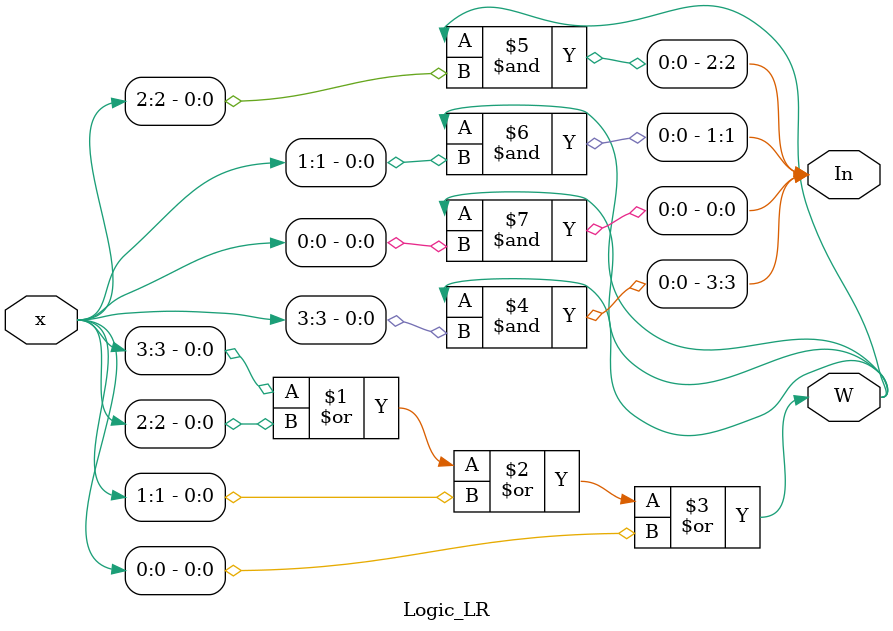
<source format=v>
module Logic_LR(x, W, In);

	input [3:0]x;
	output W;
	output [3:0]In;
	
	assign W = (x[3]) | (x[2]) | (x[1]) | (x[0]);
	
	assign In[3] = W & x[3];
	assign In[2] = W & x[2];
	assign In[1] = W & x[1];
	assign In[0] = W & x[0];
	
endmodule
</source>
